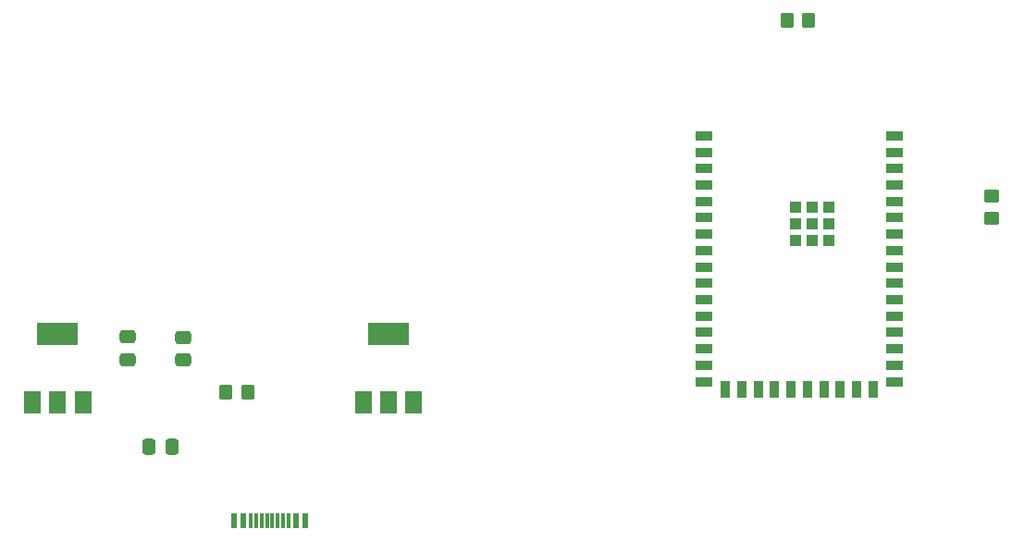
<source format=gbr>
%TF.GenerationSoftware,KiCad,Pcbnew,(6.0.4)*%
%TF.CreationDate,2022-11-06T13:58:30+01:00*%
%TF.ProjectId,GSP-1.0,4753502d-312e-4302-9e6b-696361645f70,rev?*%
%TF.SameCoordinates,Original*%
%TF.FileFunction,Paste,Bot*%
%TF.FilePolarity,Positive*%
%FSLAX46Y46*%
G04 Gerber Fmt 4.6, Leading zero omitted, Abs format (unit mm)*
G04 Created by KiCad (PCBNEW (6.0.4)) date 2022-11-06 13:58:30*
%MOMM*%
%LPD*%
G01*
G04 APERTURE LIST*
G04 Aperture macros list*
%AMRoundRect*
0 Rectangle with rounded corners*
0 $1 Rounding radius*
0 $2 $3 $4 $5 $6 $7 $8 $9 X,Y pos of 4 corners*
0 Add a 4 corners polygon primitive as box body*
4,1,4,$2,$3,$4,$5,$6,$7,$8,$9,$2,$3,0*
0 Add four circle primitives for the rounded corners*
1,1,$1+$1,$2,$3*
1,1,$1+$1,$4,$5*
1,1,$1+$1,$6,$7*
1,1,$1+$1,$8,$9*
0 Add four rect primitives between the rounded corners*
20,1,$1+$1,$2,$3,$4,$5,0*
20,1,$1+$1,$4,$5,$6,$7,0*
20,1,$1+$1,$6,$7,$8,$9,0*
20,1,$1+$1,$8,$9,$2,$3,0*%
G04 Aperture macros list end*
%ADD10RoundRect,0.250000X0.337500X0.475000X-0.337500X0.475000X-0.337500X-0.475000X0.337500X-0.475000X0*%
%ADD11RoundRect,0.250000X0.350000X0.450000X-0.350000X0.450000X-0.350000X-0.450000X0.350000X-0.450000X0*%
%ADD12R,1.500000X2.000000*%
%ADD13R,3.800000X2.000000*%
%ADD14RoundRect,0.250000X-0.475000X0.337500X-0.475000X-0.337500X0.475000X-0.337500X0.475000X0.337500X0*%
%ADD15RoundRect,0.250000X0.450000X-0.350000X0.450000X0.350000X-0.450000X0.350000X-0.450000X-0.350000X0*%
%ADD16R,0.600000X1.450000*%
%ADD17R,0.300000X1.450000*%
%ADD18R,1.100000X1.100000*%
%ADD19R,1.500000X0.900000*%
%ADD20R,0.900000X1.500000*%
G04 APERTURE END LIST*
D10*
%TO.C,C5*%
X138962500Y-120000000D03*
X141037500Y-120000000D03*
%TD*%
D11*
%TO.C,EN_Pull-up1*%
X197350000Y-80910000D03*
X199350000Y-80910000D03*
%TD*%
D12*
%TO.C,U4*%
X158550000Y-115940000D03*
X160850000Y-115940000D03*
D13*
X160850000Y-109640000D03*
D12*
X163150000Y-115940000D03*
%TD*%
D14*
%TO.C,C2*%
X137000000Y-111989404D03*
X137000000Y-109914404D03*
%TD*%
D11*
%TO.C,R14*%
X145970000Y-114980000D03*
X147970000Y-114980000D03*
%TD*%
D14*
%TO.C,C3*%
X142083426Y-112007416D03*
X142083426Y-109932416D03*
%TD*%
D15*
%TO.C,R4*%
X216100000Y-97040000D03*
X216100000Y-99040000D03*
%TD*%
D16*
%TO.C,J1*%
X153250000Y-126775000D03*
X152450000Y-126775000D03*
D17*
X151750000Y-126775000D03*
X150750000Y-126775000D03*
X149250000Y-126775000D03*
X148250000Y-126775000D03*
D16*
X147550000Y-126775000D03*
X146750000Y-126775000D03*
X146750000Y-126775000D03*
X147550000Y-126775000D03*
D17*
X148750000Y-126775000D03*
X149750000Y-126775000D03*
X150250000Y-126775000D03*
X151250000Y-126775000D03*
D16*
X152450000Y-126775000D03*
X153250000Y-126775000D03*
%TD*%
D18*
%TO.C,U1*%
X198157708Y-101048038D03*
X199657708Y-101048038D03*
X201157708Y-101048038D03*
X198157708Y-99548038D03*
X199657708Y-99548038D03*
X201157708Y-99548038D03*
X198157708Y-98048038D03*
X199657708Y-98048038D03*
X201157708Y-98048038D03*
D19*
X189717708Y-91498038D03*
X189717708Y-92998038D03*
X189717708Y-94498038D03*
X189717708Y-95998038D03*
X189717708Y-97498038D03*
X189717708Y-98998038D03*
X189717708Y-100498038D03*
X189717708Y-101998038D03*
X189717708Y-103498038D03*
X189717708Y-104998038D03*
X189717708Y-106498038D03*
X189717708Y-107998038D03*
X189717708Y-109498038D03*
X189717708Y-110998038D03*
X189717708Y-112498038D03*
X189717708Y-113998038D03*
D20*
X191717708Y-114748038D03*
X193217708Y-114748038D03*
X194717708Y-114748038D03*
X196217708Y-114748038D03*
X197717708Y-114748038D03*
X199217708Y-114748038D03*
X200717708Y-114748038D03*
X202217708Y-114748038D03*
X203717708Y-114748038D03*
X205217708Y-114748038D03*
D19*
X207217708Y-113998038D03*
X207217708Y-112498038D03*
X207217708Y-110998038D03*
X207217708Y-109498038D03*
X207217708Y-107998038D03*
X207217708Y-106498038D03*
X207217708Y-104998038D03*
X207217708Y-103498038D03*
X207217708Y-101998038D03*
X207217708Y-100498038D03*
X207217708Y-98998038D03*
X207217708Y-97498038D03*
X207217708Y-95998038D03*
X207217708Y-94498038D03*
X207217708Y-92998038D03*
X207217708Y-91498038D03*
%TD*%
D12*
%TO.C,U3*%
X128300000Y-115940000D03*
X130600000Y-115940000D03*
D13*
X130600000Y-109640000D03*
D12*
X132900000Y-115940000D03*
%TD*%
M02*

</source>
